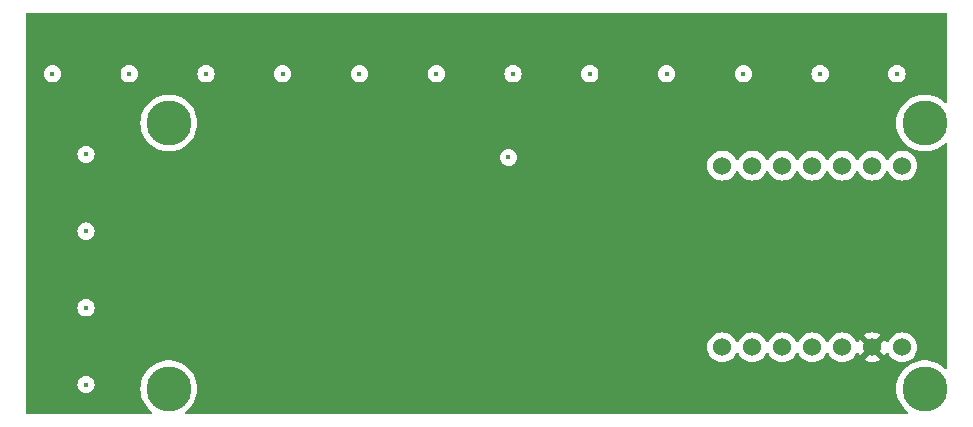
<source format=gbr>
%TF.GenerationSoftware,KiCad,Pcbnew,8.0.1*%
%TF.CreationDate,2025-02-03T01:20:01-05:00*%
%TF.ProjectId,glove-v3.1,676c6f76-652d-4763-932e-312e6b696361,rev?*%
%TF.SameCoordinates,Original*%
%TF.FileFunction,Copper,L3,Inr*%
%TF.FilePolarity,Positive*%
%FSLAX46Y46*%
G04 Gerber Fmt 4.6, Leading zero omitted, Abs format (unit mm)*
G04 Created by KiCad (PCBNEW 8.0.1) date 2025-02-03 01:20:01*
%MOMM*%
%LPD*%
G01*
G04 APERTURE LIST*
%TA.AperFunction,ComponentPad*%
%ADD10C,1.524000*%
%TD*%
%TA.AperFunction,ComponentPad*%
%ADD11C,3.800000*%
%TD*%
%TA.AperFunction,ViaPad*%
%ADD12C,0.450000*%
%TD*%
G04 APERTURE END LIST*
D10*
%TO.N,unconnected-(U1-PA02_A0_D0-Pad1)*%
%TO.C,U1*%
X176150000Y-38150000D03*
%TO.N,unconnected-(U1-PA4_A1_D1-Pad2)*%
X173610000Y-38150000D03*
%TO.N,/MUX_OUT*%
X171070000Y-38150000D03*
%TO.N,unconnected-(U1-PA11_A3_D3-Pad4)*%
X168530000Y-38150000D03*
%TO.N,/S2*%
X165990000Y-38150000D03*
%TO.N,/S3*%
X163450000Y-38150000D03*
%TO.N,unconnected-(U1-PB08_A6_D6_TX-Pad7)*%
X160910000Y-38150000D03*
%TO.N,unconnected-(U1-PB09_A7_D7_RX-Pad8)*%
X160910000Y-53542400D03*
%TO.N,Net-(U1-PA7_A8_D8_SCK)*%
X163450000Y-53542400D03*
%TO.N,/S1*%
X165990000Y-53542400D03*
%TO.N,/S0*%
X168530000Y-53542400D03*
%TO.N,+3V3*%
X171070000Y-53542400D03*
%TO.N,GND*%
X173610000Y-53542400D03*
%TO.N,unconnected-(U1-5V-Pad14)*%
X176150000Y-53542400D03*
%TD*%
D11*
%TO.N,N/C*%
%TO.C,REF\u002A\u002A*%
X114050000Y-34550000D03*
%TD*%
%TO.N,N/C*%
%TO.C,REF\u002A\u002A*%
X178050000Y-57050000D03*
%TD*%
%TO.N,N/C*%
%TO.C,REF\u002A\u002A*%
X114050000Y-57050000D03*
%TD*%
%TO.N,N/C*%
%TO.C,REF\u002A\u002A*%
X178050000Y-34550000D03*
%TD*%
D12*
%TO.N,GND*%
X107040000Y-49200000D03*
X105200000Y-30380000D03*
X170200000Y-30380000D03*
X131200000Y-30380000D03*
X118200000Y-30380000D03*
X107052500Y-55700000D03*
X107040000Y-36200000D03*
X157200000Y-30380000D03*
X144200000Y-30380000D03*
X107040000Y-42700000D03*
X176700000Y-30380000D03*
X124700000Y-30380000D03*
X154240000Y-37450000D03*
X150700000Y-30380000D03*
X163700000Y-30380000D03*
X140650000Y-37450000D03*
X111700000Y-30380000D03*
X137700000Y-30380000D03*
X156790000Y-46930000D03*
%TO.N,+3V3*%
X130200000Y-30380000D03*
X169200000Y-30380000D03*
X123700000Y-30380000D03*
X162700000Y-30380000D03*
X110700000Y-30380000D03*
X149700000Y-30380000D03*
X136700000Y-30380000D03*
X107040000Y-43700000D03*
X142810000Y-37450000D03*
X156200000Y-30380000D03*
X104200000Y-30380000D03*
X175700000Y-30380000D03*
X107040000Y-37200000D03*
X143200000Y-30380000D03*
X107040000Y-50200000D03*
X117200000Y-30380000D03*
X107052500Y-56700000D03*
%TD*%
%TA.AperFunction,Conductor*%
%TO.N,GND*%
G36*
X179892539Y-25220185D02*
G01*
X179938294Y-25272989D01*
X179949500Y-25324500D01*
X179949500Y-32754193D01*
X179929815Y-32821232D01*
X179877011Y-32866987D01*
X179807853Y-32876931D01*
X179744297Y-32847906D01*
X179740616Y-32844585D01*
X179583163Y-32696727D01*
X179583153Y-32696719D01*
X179338806Y-32519191D01*
X179338799Y-32519186D01*
X179338795Y-32519184D01*
X179074104Y-32373668D01*
X179074101Y-32373666D01*
X179074096Y-32373664D01*
X179074095Y-32373663D01*
X178793265Y-32262475D01*
X178793262Y-32262474D01*
X178500695Y-32187357D01*
X178201036Y-32149500D01*
X178201027Y-32149500D01*
X177898973Y-32149500D01*
X177898963Y-32149500D01*
X177599304Y-32187357D01*
X177306737Y-32262474D01*
X177306734Y-32262475D01*
X177025904Y-32373663D01*
X177025903Y-32373664D01*
X176761205Y-32519184D01*
X176761193Y-32519191D01*
X176516846Y-32696719D01*
X176516836Y-32696727D01*
X176296652Y-32903494D01*
X176104111Y-33136236D01*
X175942268Y-33391261D01*
X175942265Y-33391267D01*
X175813661Y-33664563D01*
X175813659Y-33664568D01*
X175720320Y-33951835D01*
X175663719Y-34248546D01*
X175663718Y-34248553D01*
X175644754Y-34549994D01*
X175644754Y-34550005D01*
X175663718Y-34851446D01*
X175663719Y-34851453D01*
X175720320Y-35148164D01*
X175813659Y-35435431D01*
X175813661Y-35435436D01*
X175942265Y-35708732D01*
X175942268Y-35708738D01*
X176104111Y-35963763D01*
X176296652Y-36196505D01*
X176516836Y-36403272D01*
X176516846Y-36403280D01*
X176761193Y-36580808D01*
X176761198Y-36580810D01*
X176761205Y-36580816D01*
X177025896Y-36726332D01*
X177025901Y-36726334D01*
X177025903Y-36726335D01*
X177025904Y-36726336D01*
X177306734Y-36837524D01*
X177306737Y-36837525D01*
X177404259Y-36862564D01*
X177599302Y-36912642D01*
X177746039Y-36931179D01*
X177898963Y-36950499D01*
X177898969Y-36950499D01*
X177898973Y-36950500D01*
X177898975Y-36950500D01*
X178201025Y-36950500D01*
X178201027Y-36950500D01*
X178201032Y-36950499D01*
X178201036Y-36950499D01*
X178280591Y-36940448D01*
X178500698Y-36912642D01*
X178793262Y-36837525D01*
X178793265Y-36837524D01*
X179074095Y-36726336D01*
X179074096Y-36726335D01*
X179074094Y-36726335D01*
X179074104Y-36726332D01*
X179338795Y-36580816D01*
X179583162Y-36403274D01*
X179740616Y-36255413D01*
X179802960Y-36223872D01*
X179872461Y-36231043D01*
X179927052Y-36274650D01*
X179949401Y-36340849D01*
X179949500Y-36345806D01*
X179949500Y-55254193D01*
X179929815Y-55321232D01*
X179877011Y-55366987D01*
X179807853Y-55376931D01*
X179744297Y-55347906D01*
X179740616Y-55344585D01*
X179583163Y-55196727D01*
X179583153Y-55196719D01*
X179338806Y-55019191D01*
X179338799Y-55019186D01*
X179338795Y-55019184D01*
X179074104Y-54873668D01*
X179074101Y-54873666D01*
X179074096Y-54873664D01*
X179074095Y-54873663D01*
X178793265Y-54762475D01*
X178793262Y-54762474D01*
X178500695Y-54687357D01*
X178201036Y-54649500D01*
X178201027Y-54649500D01*
X177898973Y-54649500D01*
X177898963Y-54649500D01*
X177599304Y-54687357D01*
X177306737Y-54762474D01*
X177306734Y-54762475D01*
X177025904Y-54873663D01*
X177025903Y-54873664D01*
X176761205Y-55019184D01*
X176761193Y-55019191D01*
X176516846Y-55196719D01*
X176516836Y-55196727D01*
X176296652Y-55403494D01*
X176104111Y-55636236D01*
X175942268Y-55891261D01*
X175942265Y-55891267D01*
X175813661Y-56164563D01*
X175813659Y-56164568D01*
X175720320Y-56451835D01*
X175663719Y-56748546D01*
X175663718Y-56748553D01*
X175644754Y-57049994D01*
X175644754Y-57050005D01*
X175663718Y-57351446D01*
X175663719Y-57351453D01*
X175720320Y-57648164D01*
X175813659Y-57935431D01*
X175813661Y-57935436D01*
X175942265Y-58208732D01*
X175942268Y-58208738D01*
X176104111Y-58463763D01*
X176296652Y-58696505D01*
X176516836Y-58903272D01*
X176516846Y-58903280D01*
X176615810Y-58975182D01*
X176658476Y-59030512D01*
X176664455Y-59100125D01*
X176631849Y-59161920D01*
X176571011Y-59196277D01*
X176542925Y-59199500D01*
X115557075Y-59199500D01*
X115490036Y-59179815D01*
X115444281Y-59127011D01*
X115434337Y-59057853D01*
X115463362Y-58994297D01*
X115484190Y-58975182D01*
X115549488Y-58927738D01*
X115583162Y-58903274D01*
X115803349Y-58696504D01*
X115995885Y-58463768D01*
X116157733Y-58208736D01*
X116286341Y-57935430D01*
X116379681Y-57648160D01*
X116436280Y-57351457D01*
X116455246Y-57050000D01*
X116436280Y-56748543D01*
X116379681Y-56451840D01*
X116286341Y-56164570D01*
X116269693Y-56129192D01*
X116203353Y-55988212D01*
X116157733Y-55891264D01*
X115995885Y-55636232D01*
X115803349Y-55403496D01*
X115583162Y-55196726D01*
X115583159Y-55196724D01*
X115583153Y-55196719D01*
X115338806Y-55019191D01*
X115338799Y-55019186D01*
X115338795Y-55019184D01*
X115074104Y-54873668D01*
X115074101Y-54873666D01*
X115074096Y-54873664D01*
X115074095Y-54873663D01*
X114793265Y-54762475D01*
X114793262Y-54762474D01*
X114500695Y-54687357D01*
X114201036Y-54649500D01*
X114201027Y-54649500D01*
X113898973Y-54649500D01*
X113898963Y-54649500D01*
X113599304Y-54687357D01*
X113306737Y-54762474D01*
X113306734Y-54762475D01*
X113025904Y-54873663D01*
X113025903Y-54873664D01*
X112761205Y-55019184D01*
X112761193Y-55019191D01*
X112516846Y-55196719D01*
X112516836Y-55196727D01*
X112296652Y-55403494D01*
X112104111Y-55636236D01*
X111942268Y-55891261D01*
X111942265Y-55891267D01*
X111813661Y-56164563D01*
X111813659Y-56164568D01*
X111720320Y-56451835D01*
X111663719Y-56748546D01*
X111663718Y-56748553D01*
X111644754Y-57049994D01*
X111644754Y-57050005D01*
X111663718Y-57351446D01*
X111663719Y-57351453D01*
X111720320Y-57648164D01*
X111813659Y-57935431D01*
X111813661Y-57935436D01*
X111942265Y-58208732D01*
X111942268Y-58208738D01*
X112104111Y-58463763D01*
X112296652Y-58696505D01*
X112516836Y-58903272D01*
X112516846Y-58903280D01*
X112615810Y-58975182D01*
X112658476Y-59030512D01*
X112664455Y-59100125D01*
X112631849Y-59161920D01*
X112571011Y-59196277D01*
X112542925Y-59199500D01*
X102074500Y-59199500D01*
X102007461Y-59179815D01*
X101961706Y-59127011D01*
X101950500Y-59075500D01*
X101950500Y-56700003D01*
X106322409Y-56700003D01*
X106340712Y-56862455D01*
X106394710Y-57016774D01*
X106415591Y-57050005D01*
X106481692Y-57155204D01*
X106597296Y-57270808D01*
X106735725Y-57357789D01*
X106890039Y-57411786D01*
X106890042Y-57411786D01*
X106890044Y-57411787D01*
X107052496Y-57430091D01*
X107052500Y-57430091D01*
X107052504Y-57430091D01*
X107214955Y-57411787D01*
X107214956Y-57411786D01*
X107214961Y-57411786D01*
X107369275Y-57357789D01*
X107507704Y-57270808D01*
X107623308Y-57155204D01*
X107710289Y-57016775D01*
X107764286Y-56862461D01*
X107764287Y-56862455D01*
X107782591Y-56700003D01*
X107782591Y-56699996D01*
X107764287Y-56537544D01*
X107764286Y-56537542D01*
X107764286Y-56537539D01*
X107710289Y-56383225D01*
X107623308Y-56244796D01*
X107507704Y-56129192D01*
X107369274Y-56042210D01*
X107214955Y-55988212D01*
X107052504Y-55969909D01*
X107052496Y-55969909D01*
X106890044Y-55988212D01*
X106735725Y-56042210D01*
X106597295Y-56129192D01*
X106481692Y-56244795D01*
X106394710Y-56383225D01*
X106340712Y-56537544D01*
X106322409Y-56699996D01*
X106322409Y-56700003D01*
X101950500Y-56700003D01*
X101950500Y-53542402D01*
X159642677Y-53542402D01*
X159661929Y-53762462D01*
X159661930Y-53762470D01*
X159719104Y-53975845D01*
X159719105Y-53975847D01*
X159719106Y-53975850D01*
X159750139Y-54042400D01*
X159812466Y-54176062D01*
X159812468Y-54176066D01*
X159939170Y-54357015D01*
X159939175Y-54357021D01*
X160095378Y-54513224D01*
X160095384Y-54513229D01*
X160276333Y-54639931D01*
X160276335Y-54639932D01*
X160276338Y-54639934D01*
X160476550Y-54733294D01*
X160689932Y-54790470D01*
X160847123Y-54804222D01*
X160909998Y-54809723D01*
X160910000Y-54809723D01*
X160910002Y-54809723D01*
X160965017Y-54804909D01*
X161130068Y-54790470D01*
X161343450Y-54733294D01*
X161543662Y-54639934D01*
X161724620Y-54513226D01*
X161880826Y-54357020D01*
X162007534Y-54176062D01*
X162067618Y-54047211D01*
X162113790Y-53994771D01*
X162180983Y-53975619D01*
X162247865Y-53995835D01*
X162292382Y-54047211D01*
X162352464Y-54176058D01*
X162352468Y-54176066D01*
X162479170Y-54357015D01*
X162479175Y-54357021D01*
X162635378Y-54513224D01*
X162635384Y-54513229D01*
X162816333Y-54639931D01*
X162816335Y-54639932D01*
X162816338Y-54639934D01*
X163016550Y-54733294D01*
X163229932Y-54790470D01*
X163387123Y-54804222D01*
X163449998Y-54809723D01*
X163450000Y-54809723D01*
X163450002Y-54809723D01*
X163505017Y-54804909D01*
X163670068Y-54790470D01*
X163883450Y-54733294D01*
X164083662Y-54639934D01*
X164264620Y-54513226D01*
X164420826Y-54357020D01*
X164547534Y-54176062D01*
X164607618Y-54047211D01*
X164653790Y-53994771D01*
X164720983Y-53975619D01*
X164787865Y-53995835D01*
X164832382Y-54047211D01*
X164892464Y-54176058D01*
X164892468Y-54176066D01*
X165019170Y-54357015D01*
X165019175Y-54357021D01*
X165175378Y-54513224D01*
X165175384Y-54513229D01*
X165356333Y-54639931D01*
X165356335Y-54639932D01*
X165356338Y-54639934D01*
X165556550Y-54733294D01*
X165769932Y-54790470D01*
X165927123Y-54804222D01*
X165989998Y-54809723D01*
X165990000Y-54809723D01*
X165990002Y-54809723D01*
X166045017Y-54804909D01*
X166210068Y-54790470D01*
X166423450Y-54733294D01*
X166623662Y-54639934D01*
X166804620Y-54513226D01*
X166960826Y-54357020D01*
X167087534Y-54176062D01*
X167147618Y-54047211D01*
X167193790Y-53994771D01*
X167260983Y-53975619D01*
X167327865Y-53995835D01*
X167372382Y-54047211D01*
X167432464Y-54176058D01*
X167432468Y-54176066D01*
X167559170Y-54357015D01*
X167559175Y-54357021D01*
X167715378Y-54513224D01*
X167715384Y-54513229D01*
X167896333Y-54639931D01*
X167896335Y-54639932D01*
X167896338Y-54639934D01*
X168096550Y-54733294D01*
X168309932Y-54790470D01*
X168467123Y-54804222D01*
X168529998Y-54809723D01*
X168530000Y-54809723D01*
X168530002Y-54809723D01*
X168585017Y-54804909D01*
X168750068Y-54790470D01*
X168963450Y-54733294D01*
X169163662Y-54639934D01*
X169344620Y-54513226D01*
X169500826Y-54357020D01*
X169627534Y-54176062D01*
X169687618Y-54047211D01*
X169733790Y-53994771D01*
X169800983Y-53975619D01*
X169867865Y-53995835D01*
X169912382Y-54047211D01*
X169972464Y-54176058D01*
X169972468Y-54176066D01*
X170099170Y-54357015D01*
X170099175Y-54357021D01*
X170255378Y-54513224D01*
X170255384Y-54513229D01*
X170436333Y-54639931D01*
X170436335Y-54639932D01*
X170436338Y-54639934D01*
X170636550Y-54733294D01*
X170849932Y-54790470D01*
X171007123Y-54804222D01*
X171069998Y-54809723D01*
X171070000Y-54809723D01*
X171070002Y-54809723D01*
X171125017Y-54804909D01*
X171290068Y-54790470D01*
X171503450Y-54733294D01*
X171703662Y-54639934D01*
X171884620Y-54513226D01*
X172040826Y-54357020D01*
X172167534Y-54176062D01*
X172227894Y-54046618D01*
X172274066Y-53994179D01*
X172341259Y-53975027D01*
X172408141Y-53995243D01*
X172452658Y-54046619D01*
X172512898Y-54175805D01*
X172512901Y-54175811D01*
X172558258Y-54240587D01*
X172558259Y-54240588D01*
X173127037Y-53671809D01*
X173144075Y-53735393D01*
X173209901Y-53849407D01*
X173302993Y-53942499D01*
X173417007Y-54008325D01*
X173480590Y-54025362D01*
X172911810Y-54594140D01*
X172976590Y-54639499D01*
X172976592Y-54639500D01*
X173176715Y-54732819D01*
X173176729Y-54732824D01*
X173390013Y-54789973D01*
X173390023Y-54789975D01*
X173609999Y-54809221D01*
X173610001Y-54809221D01*
X173829976Y-54789975D01*
X173829986Y-54789973D01*
X174043270Y-54732824D01*
X174043284Y-54732819D01*
X174243407Y-54639500D01*
X174243417Y-54639494D01*
X174308188Y-54594141D01*
X173739410Y-54025362D01*
X173802993Y-54008325D01*
X173917007Y-53942499D01*
X174010099Y-53849407D01*
X174075925Y-53735393D01*
X174092962Y-53671809D01*
X174661741Y-54240588D01*
X174707094Y-54175817D01*
X174707095Y-54175816D01*
X174767340Y-54046619D01*
X174813512Y-53994180D01*
X174880706Y-53975027D01*
X174947587Y-53995242D01*
X174992105Y-54046618D01*
X175052466Y-54176062D01*
X175052468Y-54176066D01*
X175179170Y-54357015D01*
X175179175Y-54357021D01*
X175335378Y-54513224D01*
X175335384Y-54513229D01*
X175516333Y-54639931D01*
X175516335Y-54639932D01*
X175516338Y-54639934D01*
X175716550Y-54733294D01*
X175929932Y-54790470D01*
X176087123Y-54804222D01*
X176149998Y-54809723D01*
X176150000Y-54809723D01*
X176150002Y-54809723D01*
X176205017Y-54804909D01*
X176370068Y-54790470D01*
X176583450Y-54733294D01*
X176783662Y-54639934D01*
X176964620Y-54513226D01*
X177120826Y-54357020D01*
X177247534Y-54176062D01*
X177340894Y-53975850D01*
X177398070Y-53762468D01*
X177417323Y-53542400D01*
X177398070Y-53322332D01*
X177340894Y-53108950D01*
X177247534Y-52908739D01*
X177120826Y-52727780D01*
X176964620Y-52571574D01*
X176964616Y-52571571D01*
X176964615Y-52571570D01*
X176783666Y-52444868D01*
X176783662Y-52444866D01*
X176783660Y-52444865D01*
X176583450Y-52351506D01*
X176583447Y-52351505D01*
X176583445Y-52351504D01*
X176370070Y-52294330D01*
X176370062Y-52294329D01*
X176150002Y-52275077D01*
X176149998Y-52275077D01*
X175929937Y-52294329D01*
X175929929Y-52294330D01*
X175716554Y-52351504D01*
X175716548Y-52351507D01*
X175516340Y-52444865D01*
X175516338Y-52444866D01*
X175335377Y-52571575D01*
X175179175Y-52727777D01*
X175052467Y-52908737D01*
X174992105Y-53038182D01*
X174945932Y-53090621D01*
X174878738Y-53109772D01*
X174811857Y-53089556D01*
X174767341Y-53038180D01*
X174707098Y-52908989D01*
X174707097Y-52908987D01*
X174661741Y-52844211D01*
X174661740Y-52844210D01*
X174092962Y-53412989D01*
X174075925Y-53349407D01*
X174010099Y-53235393D01*
X173917007Y-53142301D01*
X173802993Y-53076475D01*
X173739410Y-53059437D01*
X174308188Y-52490659D01*
X174308187Y-52490658D01*
X174243411Y-52445301D01*
X174243405Y-52445298D01*
X174043284Y-52351980D01*
X174043270Y-52351975D01*
X173829986Y-52294826D01*
X173829976Y-52294824D01*
X173610001Y-52275579D01*
X173609999Y-52275579D01*
X173390023Y-52294824D01*
X173390013Y-52294826D01*
X173176729Y-52351975D01*
X173176720Y-52351979D01*
X172976590Y-52445301D01*
X172911811Y-52490658D01*
X173480590Y-53059437D01*
X173417007Y-53076475D01*
X173302993Y-53142301D01*
X173209901Y-53235393D01*
X173144075Y-53349407D01*
X173127037Y-53412990D01*
X172558258Y-52844211D01*
X172512901Y-52908990D01*
X172452658Y-53038181D01*
X172406485Y-53090620D01*
X172339292Y-53109772D01*
X172272411Y-53089556D01*
X172227894Y-53038181D01*
X172167651Y-52908990D01*
X172167534Y-52908739D01*
X172040826Y-52727780D01*
X171884620Y-52571574D01*
X171884616Y-52571571D01*
X171884615Y-52571570D01*
X171703666Y-52444868D01*
X171703662Y-52444866D01*
X171703660Y-52444865D01*
X171503450Y-52351506D01*
X171503447Y-52351505D01*
X171503445Y-52351504D01*
X171290070Y-52294330D01*
X171290062Y-52294329D01*
X171070002Y-52275077D01*
X171069998Y-52275077D01*
X170849937Y-52294329D01*
X170849929Y-52294330D01*
X170636554Y-52351504D01*
X170636548Y-52351507D01*
X170436340Y-52444865D01*
X170436338Y-52444866D01*
X170255377Y-52571575D01*
X170099175Y-52727777D01*
X169972466Y-52908738D01*
X169972465Y-52908740D01*
X169912382Y-53037589D01*
X169866209Y-53090028D01*
X169799016Y-53109180D01*
X169732135Y-53088964D01*
X169687618Y-53037589D01*
X169627651Y-52908990D01*
X169627534Y-52908739D01*
X169500826Y-52727780D01*
X169344620Y-52571574D01*
X169344616Y-52571571D01*
X169344615Y-52571570D01*
X169163666Y-52444868D01*
X169163662Y-52444866D01*
X169163660Y-52444865D01*
X168963450Y-52351506D01*
X168963447Y-52351505D01*
X168963445Y-52351504D01*
X168750070Y-52294330D01*
X168750062Y-52294329D01*
X168530002Y-52275077D01*
X168529998Y-52275077D01*
X168309937Y-52294329D01*
X168309929Y-52294330D01*
X168096554Y-52351504D01*
X168096548Y-52351507D01*
X167896340Y-52444865D01*
X167896338Y-52444866D01*
X167715377Y-52571575D01*
X167559175Y-52727777D01*
X167432466Y-52908738D01*
X167432465Y-52908740D01*
X167372382Y-53037589D01*
X167326209Y-53090028D01*
X167259016Y-53109180D01*
X167192135Y-53088964D01*
X167147618Y-53037589D01*
X167087651Y-52908990D01*
X167087534Y-52908739D01*
X166960826Y-52727780D01*
X166804620Y-52571574D01*
X166804616Y-52571571D01*
X166804615Y-52571570D01*
X166623666Y-52444868D01*
X166623662Y-52444866D01*
X166623660Y-52444865D01*
X166423450Y-52351506D01*
X166423447Y-52351505D01*
X166423445Y-52351504D01*
X166210070Y-52294330D01*
X166210062Y-52294329D01*
X165990002Y-52275077D01*
X165989998Y-52275077D01*
X165769937Y-52294329D01*
X165769929Y-52294330D01*
X165556554Y-52351504D01*
X165556548Y-52351507D01*
X165356340Y-52444865D01*
X165356338Y-52444866D01*
X165175377Y-52571575D01*
X165019175Y-52727777D01*
X164892466Y-52908738D01*
X164892465Y-52908740D01*
X164832382Y-53037589D01*
X164786209Y-53090028D01*
X164719016Y-53109180D01*
X164652135Y-53088964D01*
X164607618Y-53037589D01*
X164547651Y-52908990D01*
X164547534Y-52908739D01*
X164420826Y-52727780D01*
X164264620Y-52571574D01*
X164264616Y-52571571D01*
X164264615Y-52571570D01*
X164083666Y-52444868D01*
X164083662Y-52444866D01*
X164083660Y-52444865D01*
X163883450Y-52351506D01*
X163883447Y-52351505D01*
X163883445Y-52351504D01*
X163670070Y-52294330D01*
X163670062Y-52294329D01*
X163450002Y-52275077D01*
X163449998Y-52275077D01*
X163229937Y-52294329D01*
X163229929Y-52294330D01*
X163016554Y-52351504D01*
X163016548Y-52351507D01*
X162816340Y-52444865D01*
X162816338Y-52444866D01*
X162635377Y-52571575D01*
X162479175Y-52727777D01*
X162352466Y-52908738D01*
X162352465Y-52908740D01*
X162292382Y-53037589D01*
X162246209Y-53090028D01*
X162179016Y-53109180D01*
X162112135Y-53088964D01*
X162067618Y-53037589D01*
X162007651Y-52908990D01*
X162007534Y-52908739D01*
X161880826Y-52727780D01*
X161724620Y-52571574D01*
X161724616Y-52571571D01*
X161724615Y-52571570D01*
X161543666Y-52444868D01*
X161543662Y-52444866D01*
X161543660Y-52444865D01*
X161343450Y-52351506D01*
X161343447Y-52351505D01*
X161343445Y-52351504D01*
X161130070Y-52294330D01*
X161130062Y-52294329D01*
X160910002Y-52275077D01*
X160909998Y-52275077D01*
X160689937Y-52294329D01*
X160689929Y-52294330D01*
X160476554Y-52351504D01*
X160476548Y-52351507D01*
X160276340Y-52444865D01*
X160276338Y-52444866D01*
X160095377Y-52571575D01*
X159939175Y-52727777D01*
X159812466Y-52908738D01*
X159812465Y-52908740D01*
X159719107Y-53108948D01*
X159719104Y-53108954D01*
X159661930Y-53322329D01*
X159661929Y-53322337D01*
X159642677Y-53542397D01*
X159642677Y-53542402D01*
X101950500Y-53542402D01*
X101950500Y-50200003D01*
X106309909Y-50200003D01*
X106328212Y-50362455D01*
X106382210Y-50516774D01*
X106382211Y-50516775D01*
X106469192Y-50655204D01*
X106584796Y-50770808D01*
X106723225Y-50857789D01*
X106877539Y-50911786D01*
X106877542Y-50911786D01*
X106877544Y-50911787D01*
X107039996Y-50930091D01*
X107040000Y-50930091D01*
X107040004Y-50930091D01*
X107202455Y-50911787D01*
X107202456Y-50911786D01*
X107202461Y-50911786D01*
X107356775Y-50857789D01*
X107495204Y-50770808D01*
X107610808Y-50655204D01*
X107697789Y-50516775D01*
X107751786Y-50362461D01*
X107770091Y-50200000D01*
X107751786Y-50037539D01*
X107697789Y-49883225D01*
X107610808Y-49744796D01*
X107495204Y-49629192D01*
X107356774Y-49542210D01*
X107202455Y-49488212D01*
X107040004Y-49469909D01*
X107039996Y-49469909D01*
X106877544Y-49488212D01*
X106723225Y-49542210D01*
X106584795Y-49629192D01*
X106469192Y-49744795D01*
X106382210Y-49883225D01*
X106328212Y-50037544D01*
X106309909Y-50199996D01*
X106309909Y-50200003D01*
X101950500Y-50200003D01*
X101950500Y-43700003D01*
X106309909Y-43700003D01*
X106328212Y-43862455D01*
X106382210Y-44016774D01*
X106382211Y-44016775D01*
X106469192Y-44155204D01*
X106584796Y-44270808D01*
X106723225Y-44357789D01*
X106877539Y-44411786D01*
X106877542Y-44411786D01*
X106877544Y-44411787D01*
X107039996Y-44430091D01*
X107040000Y-44430091D01*
X107040004Y-44430091D01*
X107202455Y-44411787D01*
X107202456Y-44411786D01*
X107202461Y-44411786D01*
X107356775Y-44357789D01*
X107495204Y-44270808D01*
X107610808Y-44155204D01*
X107697789Y-44016775D01*
X107751786Y-43862461D01*
X107770091Y-43700000D01*
X107751786Y-43537539D01*
X107697789Y-43383225D01*
X107610808Y-43244796D01*
X107495204Y-43129192D01*
X107356774Y-43042210D01*
X107202455Y-42988212D01*
X107040004Y-42969909D01*
X107039996Y-42969909D01*
X106877544Y-42988212D01*
X106723225Y-43042210D01*
X106584795Y-43129192D01*
X106469192Y-43244795D01*
X106382210Y-43383225D01*
X106328212Y-43537544D01*
X106309909Y-43699996D01*
X106309909Y-43700003D01*
X101950500Y-43700003D01*
X101950500Y-37200003D01*
X106309909Y-37200003D01*
X106328212Y-37362455D01*
X106382210Y-37516774D01*
X106382211Y-37516775D01*
X106469192Y-37655204D01*
X106584796Y-37770808D01*
X106723225Y-37857789D01*
X106877539Y-37911786D01*
X106877542Y-37911786D01*
X106877544Y-37911787D01*
X107039996Y-37930091D01*
X107040000Y-37930091D01*
X107040004Y-37930091D01*
X107202455Y-37911787D01*
X107202456Y-37911786D01*
X107202461Y-37911786D01*
X107356775Y-37857789D01*
X107495204Y-37770808D01*
X107610808Y-37655204D01*
X107697789Y-37516775D01*
X107721154Y-37450003D01*
X142079909Y-37450003D01*
X142098212Y-37612455D01*
X142152210Y-37766774D01*
X142152211Y-37766775D01*
X142239192Y-37905204D01*
X142354796Y-38020808D01*
X142493225Y-38107789D01*
X142647539Y-38161786D01*
X142647542Y-38161786D01*
X142647544Y-38161787D01*
X142809996Y-38180091D01*
X142810000Y-38180091D01*
X142810004Y-38180091D01*
X142972455Y-38161787D01*
X142972456Y-38161786D01*
X142972461Y-38161786D01*
X143006138Y-38150002D01*
X159642677Y-38150002D01*
X159661929Y-38370062D01*
X159661930Y-38370070D01*
X159719104Y-38583445D01*
X159719105Y-38583447D01*
X159719106Y-38583450D01*
X159752382Y-38654811D01*
X159812466Y-38783662D01*
X159812468Y-38783666D01*
X159939170Y-38964615D01*
X159939175Y-38964621D01*
X160095378Y-39120824D01*
X160095384Y-39120829D01*
X160276333Y-39247531D01*
X160276335Y-39247532D01*
X160276338Y-39247534D01*
X160476550Y-39340894D01*
X160689932Y-39398070D01*
X160847123Y-39411822D01*
X160909998Y-39417323D01*
X160910000Y-39417323D01*
X160910002Y-39417323D01*
X160965017Y-39412509D01*
X161130068Y-39398070D01*
X161343450Y-39340894D01*
X161543662Y-39247534D01*
X161724620Y-39120826D01*
X161880826Y-38964620D01*
X162007534Y-38783662D01*
X162067618Y-38654811D01*
X162113790Y-38602371D01*
X162180983Y-38583219D01*
X162247865Y-38603435D01*
X162292382Y-38654811D01*
X162352464Y-38783658D01*
X162352468Y-38783666D01*
X162479170Y-38964615D01*
X162479175Y-38964621D01*
X162635378Y-39120824D01*
X162635384Y-39120829D01*
X162816333Y-39247531D01*
X162816335Y-39247532D01*
X162816338Y-39247534D01*
X163016550Y-39340894D01*
X163229932Y-39398070D01*
X163387123Y-39411822D01*
X163449998Y-39417323D01*
X163450000Y-39417323D01*
X163450002Y-39417323D01*
X163505017Y-39412509D01*
X163670068Y-39398070D01*
X163883450Y-39340894D01*
X164083662Y-39247534D01*
X164264620Y-39120826D01*
X164420826Y-38964620D01*
X164547534Y-38783662D01*
X164607618Y-38654811D01*
X164653790Y-38602371D01*
X164720983Y-38583219D01*
X164787865Y-38603435D01*
X164832382Y-38654811D01*
X164892464Y-38783658D01*
X164892468Y-38783666D01*
X165019170Y-38964615D01*
X165019175Y-38964621D01*
X165175378Y-39120824D01*
X165175384Y-39120829D01*
X165356333Y-39247531D01*
X165356335Y-39247532D01*
X165356338Y-39247534D01*
X165556550Y-39340894D01*
X165769932Y-39398070D01*
X165927123Y-39411822D01*
X165989998Y-39417323D01*
X165990000Y-39417323D01*
X165990002Y-39417323D01*
X166045017Y-39412509D01*
X166210068Y-39398070D01*
X166423450Y-39340894D01*
X166623662Y-39247534D01*
X166804620Y-39120826D01*
X166960826Y-38964620D01*
X167087534Y-38783662D01*
X167147618Y-38654811D01*
X167193790Y-38602371D01*
X167260983Y-38583219D01*
X167327865Y-38603435D01*
X167372382Y-38654811D01*
X167432464Y-38783658D01*
X167432468Y-38783666D01*
X167559170Y-38964615D01*
X167559175Y-38964621D01*
X167715378Y-39120824D01*
X167715384Y-39120829D01*
X167896333Y-39247531D01*
X167896335Y-39247532D01*
X167896338Y-39247534D01*
X168096550Y-39340894D01*
X168309932Y-39398070D01*
X168467123Y-39411822D01*
X168529998Y-39417323D01*
X168530000Y-39417323D01*
X168530002Y-39417323D01*
X168585017Y-39412509D01*
X168750068Y-39398070D01*
X168963450Y-39340894D01*
X169163662Y-39247534D01*
X169344620Y-39120826D01*
X169500826Y-38964620D01*
X169627534Y-38783662D01*
X169687618Y-38654811D01*
X169733790Y-38602371D01*
X169800983Y-38583219D01*
X169867865Y-38603435D01*
X169912382Y-38654811D01*
X169972464Y-38783658D01*
X169972468Y-38783666D01*
X170099170Y-38964615D01*
X170099175Y-38964621D01*
X170255378Y-39120824D01*
X170255384Y-39120829D01*
X170436333Y-39247531D01*
X170436335Y-39247532D01*
X170436338Y-39247534D01*
X170636550Y-39340894D01*
X170849932Y-39398070D01*
X171007123Y-39411822D01*
X171069998Y-39417323D01*
X171070000Y-39417323D01*
X171070002Y-39417323D01*
X171125017Y-39412509D01*
X171290068Y-39398070D01*
X171503450Y-39340894D01*
X171703662Y-39247534D01*
X171884620Y-39120826D01*
X172040826Y-38964620D01*
X172167534Y-38783662D01*
X172227618Y-38654811D01*
X172273790Y-38602371D01*
X172340983Y-38583219D01*
X172407865Y-38603435D01*
X172452382Y-38654811D01*
X172512464Y-38783658D01*
X172512468Y-38783666D01*
X172639170Y-38964615D01*
X172639175Y-38964621D01*
X172795378Y-39120824D01*
X172795384Y-39120829D01*
X172976333Y-39247531D01*
X172976335Y-39247532D01*
X172976338Y-39247534D01*
X173176550Y-39340894D01*
X173389932Y-39398070D01*
X173547123Y-39411822D01*
X173609998Y-39417323D01*
X173610000Y-39417323D01*
X173610002Y-39417323D01*
X173665017Y-39412509D01*
X173830068Y-39398070D01*
X174043450Y-39340894D01*
X174243662Y-39247534D01*
X174424620Y-39120826D01*
X174580826Y-38964620D01*
X174707534Y-38783662D01*
X174767618Y-38654811D01*
X174813790Y-38602371D01*
X174880983Y-38583219D01*
X174947865Y-38603435D01*
X174992382Y-38654811D01*
X175052464Y-38783658D01*
X175052468Y-38783666D01*
X175179170Y-38964615D01*
X175179175Y-38964621D01*
X175335378Y-39120824D01*
X175335384Y-39120829D01*
X175516333Y-39247531D01*
X175516335Y-39247532D01*
X175516338Y-39247534D01*
X175716550Y-39340894D01*
X175929932Y-39398070D01*
X176087123Y-39411822D01*
X176149998Y-39417323D01*
X176150000Y-39417323D01*
X176150002Y-39417323D01*
X176205017Y-39412509D01*
X176370068Y-39398070D01*
X176583450Y-39340894D01*
X176783662Y-39247534D01*
X176964620Y-39120826D01*
X177120826Y-38964620D01*
X177247534Y-38783662D01*
X177340894Y-38583450D01*
X177398070Y-38370068D01*
X177412509Y-38205017D01*
X177417323Y-38150002D01*
X177417323Y-38149997D01*
X177406020Y-38020807D01*
X177398070Y-37929932D01*
X177340894Y-37716550D01*
X177247534Y-37516339D01*
X177120826Y-37335380D01*
X176964620Y-37179174D01*
X176964616Y-37179171D01*
X176964615Y-37179170D01*
X176783666Y-37052468D01*
X176783662Y-37052466D01*
X176783660Y-37052465D01*
X176583450Y-36959106D01*
X176583447Y-36959105D01*
X176583445Y-36959104D01*
X176370070Y-36901930D01*
X176370062Y-36901929D01*
X176150002Y-36882677D01*
X176149998Y-36882677D01*
X175929937Y-36901929D01*
X175929929Y-36901930D01*
X175716554Y-36959104D01*
X175716548Y-36959107D01*
X175516340Y-37052465D01*
X175516338Y-37052466D01*
X175335377Y-37179175D01*
X175179175Y-37335377D01*
X175052466Y-37516338D01*
X175052465Y-37516340D01*
X174992382Y-37645189D01*
X174946209Y-37697628D01*
X174879016Y-37716780D01*
X174812135Y-37696564D01*
X174767618Y-37645189D01*
X174707737Y-37516775D01*
X174707534Y-37516339D01*
X174580826Y-37335380D01*
X174424620Y-37179174D01*
X174424616Y-37179171D01*
X174424615Y-37179170D01*
X174243666Y-37052468D01*
X174243662Y-37052466D01*
X174243660Y-37052465D01*
X174043450Y-36959106D01*
X174043447Y-36959105D01*
X174043445Y-36959104D01*
X173830070Y-36901930D01*
X173830062Y-36901929D01*
X173610002Y-36882677D01*
X173609998Y-36882677D01*
X173389937Y-36901929D01*
X173389929Y-36901930D01*
X173176554Y-36959104D01*
X173176548Y-36959107D01*
X172976340Y-37052465D01*
X172976338Y-37052466D01*
X172795377Y-37179175D01*
X172639175Y-37335377D01*
X172512466Y-37516338D01*
X172512465Y-37516340D01*
X172452382Y-37645189D01*
X172406209Y-37697628D01*
X172339016Y-37716780D01*
X172272135Y-37696564D01*
X172227618Y-37645189D01*
X172167737Y-37516775D01*
X172167534Y-37516339D01*
X172040826Y-37335380D01*
X171884620Y-37179174D01*
X171884616Y-37179171D01*
X171884615Y-37179170D01*
X171703666Y-37052468D01*
X171703662Y-37052466D01*
X171703660Y-37052465D01*
X171503450Y-36959106D01*
X171503447Y-36959105D01*
X171503445Y-36959104D01*
X171290070Y-36901930D01*
X171290062Y-36901929D01*
X171070002Y-36882677D01*
X171069998Y-36882677D01*
X170849937Y-36901929D01*
X170849929Y-36901930D01*
X170636554Y-36959104D01*
X170636548Y-36959107D01*
X170436340Y-37052465D01*
X170436338Y-37052466D01*
X170255377Y-37179175D01*
X170099175Y-37335377D01*
X169972466Y-37516338D01*
X169972465Y-37516340D01*
X169912382Y-37645189D01*
X169866209Y-37697628D01*
X169799016Y-37716780D01*
X169732135Y-37696564D01*
X169687618Y-37645189D01*
X169627737Y-37516775D01*
X169627534Y-37516339D01*
X169500826Y-37335380D01*
X169344620Y-37179174D01*
X169344616Y-37179171D01*
X169344615Y-37179170D01*
X169163666Y-37052468D01*
X169163662Y-37052466D01*
X169163660Y-37052465D01*
X168963450Y-36959106D01*
X168963447Y-36959105D01*
X168963445Y-36959104D01*
X168750070Y-36901930D01*
X168750062Y-36901929D01*
X168530002Y-36882677D01*
X168529998Y-36882677D01*
X168309937Y-36901929D01*
X168309929Y-36901930D01*
X168096554Y-36959104D01*
X168096548Y-36959107D01*
X167896340Y-37052465D01*
X167896338Y-37052466D01*
X167715377Y-37179175D01*
X167559175Y-37335377D01*
X167432466Y-37516338D01*
X167432465Y-37516340D01*
X167372382Y-37645189D01*
X167326209Y-37697628D01*
X167259016Y-37716780D01*
X167192135Y-37696564D01*
X167147618Y-37645189D01*
X167087737Y-37516775D01*
X167087534Y-37516339D01*
X166960826Y-37335380D01*
X166804620Y-37179174D01*
X166804616Y-37179171D01*
X166804615Y-37179170D01*
X166623666Y-37052468D01*
X166623662Y-37052466D01*
X166623660Y-37052465D01*
X166423450Y-36959106D01*
X166423447Y-36959105D01*
X166423445Y-36959104D01*
X166210070Y-36901930D01*
X166210062Y-36901929D01*
X165990002Y-36882677D01*
X165989998Y-36882677D01*
X165769937Y-36901929D01*
X165769929Y-36901930D01*
X165556554Y-36959104D01*
X165556548Y-36959107D01*
X165356340Y-37052465D01*
X165356338Y-37052466D01*
X165175377Y-37179175D01*
X165019175Y-37335377D01*
X164892466Y-37516338D01*
X164892465Y-37516340D01*
X164832382Y-37645189D01*
X164786209Y-37697628D01*
X164719016Y-37716780D01*
X164652135Y-37696564D01*
X164607618Y-37645189D01*
X164547737Y-37516775D01*
X164547534Y-37516339D01*
X164420826Y-37335380D01*
X164264620Y-37179174D01*
X164264616Y-37179171D01*
X164264615Y-37179170D01*
X164083666Y-37052468D01*
X164083662Y-37052466D01*
X164083660Y-37052465D01*
X163883450Y-36959106D01*
X163883447Y-36959105D01*
X163883445Y-36959104D01*
X163670070Y-36901930D01*
X163670062Y-36901929D01*
X163450002Y-36882677D01*
X163449998Y-36882677D01*
X163229937Y-36901929D01*
X163229929Y-36901930D01*
X163016554Y-36959104D01*
X163016548Y-36959107D01*
X162816340Y-37052465D01*
X162816338Y-37052466D01*
X162635377Y-37179175D01*
X162479175Y-37335377D01*
X162352466Y-37516338D01*
X162352465Y-37516340D01*
X162292382Y-37645189D01*
X162246209Y-37697628D01*
X162179016Y-37716780D01*
X162112135Y-37696564D01*
X162067618Y-37645189D01*
X162007737Y-37516775D01*
X162007534Y-37516339D01*
X161880826Y-37335380D01*
X161724620Y-37179174D01*
X161724616Y-37179171D01*
X161724615Y-37179170D01*
X161543666Y-37052468D01*
X161543662Y-37052466D01*
X161543660Y-37052465D01*
X161343450Y-36959106D01*
X161343447Y-36959105D01*
X161343445Y-36959104D01*
X161130070Y-36901930D01*
X161130062Y-36901929D01*
X160910002Y-36882677D01*
X160909998Y-36882677D01*
X160689937Y-36901929D01*
X160689929Y-36901930D01*
X160476554Y-36959104D01*
X160476548Y-36959107D01*
X160276340Y-37052465D01*
X160276338Y-37052466D01*
X160095377Y-37179175D01*
X159939175Y-37335377D01*
X159812466Y-37516338D01*
X159812465Y-37516340D01*
X159719107Y-37716548D01*
X159719104Y-37716554D01*
X159661930Y-37929929D01*
X159661929Y-37929937D01*
X159642677Y-38149997D01*
X159642677Y-38150002D01*
X143006138Y-38150002D01*
X143126775Y-38107789D01*
X143265204Y-38020808D01*
X143380808Y-37905204D01*
X143467789Y-37766775D01*
X143521786Y-37612461D01*
X143521787Y-37612455D01*
X143540091Y-37450003D01*
X143540091Y-37449996D01*
X143521787Y-37287544D01*
X143521786Y-37287542D01*
X143521786Y-37287539D01*
X143467789Y-37133225D01*
X143380808Y-36994796D01*
X143265204Y-36879192D01*
X143198890Y-36837524D01*
X143126774Y-36792210D01*
X142972455Y-36738212D01*
X142810004Y-36719909D01*
X142809996Y-36719909D01*
X142647544Y-36738212D01*
X142493225Y-36792210D01*
X142354795Y-36879192D01*
X142239192Y-36994795D01*
X142152210Y-37133225D01*
X142098212Y-37287544D01*
X142079909Y-37449996D01*
X142079909Y-37450003D01*
X107721154Y-37450003D01*
X107751786Y-37362461D01*
X107751787Y-37362455D01*
X107770091Y-37200003D01*
X107770091Y-37199996D01*
X107751787Y-37037544D01*
X107751786Y-37037542D01*
X107751786Y-37037539D01*
X107697789Y-36883225D01*
X107610808Y-36744796D01*
X107495204Y-36629192D01*
X107356774Y-36542210D01*
X107202455Y-36488212D01*
X107040004Y-36469909D01*
X107039996Y-36469909D01*
X106877544Y-36488212D01*
X106723225Y-36542210D01*
X106584795Y-36629192D01*
X106469192Y-36744795D01*
X106382210Y-36883225D01*
X106328212Y-37037544D01*
X106309909Y-37199996D01*
X106309909Y-37200003D01*
X101950500Y-37200003D01*
X101950500Y-34550005D01*
X111644754Y-34550005D01*
X111663718Y-34851446D01*
X111663719Y-34851453D01*
X111720320Y-35148164D01*
X111813659Y-35435431D01*
X111813661Y-35435436D01*
X111942265Y-35708732D01*
X111942268Y-35708738D01*
X112104111Y-35963763D01*
X112296652Y-36196505D01*
X112516836Y-36403272D01*
X112516846Y-36403280D01*
X112761193Y-36580808D01*
X112761198Y-36580810D01*
X112761205Y-36580816D01*
X113025896Y-36726332D01*
X113025901Y-36726334D01*
X113025903Y-36726335D01*
X113025904Y-36726336D01*
X113306734Y-36837524D01*
X113306737Y-36837525D01*
X113404259Y-36862564D01*
X113599302Y-36912642D01*
X113746039Y-36931179D01*
X113898963Y-36950499D01*
X113898969Y-36950499D01*
X113898973Y-36950500D01*
X113898975Y-36950500D01*
X114201025Y-36950500D01*
X114201027Y-36950500D01*
X114201032Y-36950499D01*
X114201036Y-36950499D01*
X114280591Y-36940448D01*
X114500698Y-36912642D01*
X114793262Y-36837525D01*
X114793265Y-36837524D01*
X115074095Y-36726336D01*
X115074096Y-36726335D01*
X115074094Y-36726335D01*
X115074104Y-36726332D01*
X115338795Y-36580816D01*
X115583162Y-36403274D01*
X115803349Y-36196504D01*
X115995885Y-35963768D01*
X116157733Y-35708736D01*
X116286341Y-35435430D01*
X116379681Y-35148160D01*
X116436280Y-34851457D01*
X116455246Y-34550000D01*
X116436280Y-34248543D01*
X116379681Y-33951840D01*
X116286341Y-33664570D01*
X116157733Y-33391264D01*
X115995885Y-33136232D01*
X115803349Y-32903496D01*
X115583162Y-32696726D01*
X115583159Y-32696724D01*
X115583153Y-32696719D01*
X115338806Y-32519191D01*
X115338799Y-32519186D01*
X115338795Y-32519184D01*
X115074104Y-32373668D01*
X115074101Y-32373666D01*
X115074096Y-32373664D01*
X115074095Y-32373663D01*
X114793265Y-32262475D01*
X114793262Y-32262474D01*
X114500695Y-32187357D01*
X114201036Y-32149500D01*
X114201027Y-32149500D01*
X113898973Y-32149500D01*
X113898963Y-32149500D01*
X113599304Y-32187357D01*
X113306737Y-32262474D01*
X113306734Y-32262475D01*
X113025904Y-32373663D01*
X113025903Y-32373664D01*
X112761205Y-32519184D01*
X112761193Y-32519191D01*
X112516846Y-32696719D01*
X112516836Y-32696727D01*
X112296652Y-32903494D01*
X112104111Y-33136236D01*
X111942268Y-33391261D01*
X111942265Y-33391267D01*
X111813661Y-33664563D01*
X111813659Y-33664568D01*
X111720320Y-33951835D01*
X111663719Y-34248546D01*
X111663718Y-34248553D01*
X111644754Y-34549994D01*
X111644754Y-34550005D01*
X101950500Y-34550005D01*
X101950500Y-30380003D01*
X103469909Y-30380003D01*
X103488212Y-30542455D01*
X103542210Y-30696774D01*
X103542211Y-30696775D01*
X103629192Y-30835204D01*
X103744796Y-30950808D01*
X103883225Y-31037789D01*
X104037539Y-31091786D01*
X104037542Y-31091786D01*
X104037544Y-31091787D01*
X104199996Y-31110091D01*
X104200000Y-31110091D01*
X104200004Y-31110091D01*
X104362455Y-31091787D01*
X104362456Y-31091786D01*
X104362461Y-31091786D01*
X104516775Y-31037789D01*
X104655204Y-30950808D01*
X104770808Y-30835204D01*
X104857789Y-30696775D01*
X104911786Y-30542461D01*
X104930091Y-30380003D01*
X109969909Y-30380003D01*
X109988212Y-30542455D01*
X110042210Y-30696774D01*
X110042211Y-30696775D01*
X110129192Y-30835204D01*
X110244796Y-30950808D01*
X110383225Y-31037789D01*
X110537539Y-31091786D01*
X110537542Y-31091786D01*
X110537544Y-31091787D01*
X110699996Y-31110091D01*
X110700000Y-31110091D01*
X110700004Y-31110091D01*
X110862455Y-31091787D01*
X110862456Y-31091786D01*
X110862461Y-31091786D01*
X111016775Y-31037789D01*
X111155204Y-30950808D01*
X111270808Y-30835204D01*
X111357789Y-30696775D01*
X111411786Y-30542461D01*
X111430091Y-30380003D01*
X116469909Y-30380003D01*
X116488212Y-30542455D01*
X116542210Y-30696774D01*
X116542211Y-30696775D01*
X116629192Y-30835204D01*
X116744796Y-30950808D01*
X116883225Y-31037789D01*
X117037539Y-31091786D01*
X117037542Y-31091786D01*
X117037544Y-31091787D01*
X117199996Y-31110091D01*
X117200000Y-31110091D01*
X117200004Y-31110091D01*
X117362455Y-31091787D01*
X117362456Y-31091786D01*
X117362461Y-31091786D01*
X117516775Y-31037789D01*
X117655204Y-30950808D01*
X117770808Y-30835204D01*
X117857789Y-30696775D01*
X117911786Y-30542461D01*
X117930091Y-30380003D01*
X122969909Y-30380003D01*
X122988212Y-30542455D01*
X123042210Y-30696774D01*
X123042211Y-30696775D01*
X123129192Y-30835204D01*
X123244796Y-30950808D01*
X123383225Y-31037789D01*
X123537539Y-31091786D01*
X123537542Y-31091786D01*
X123537544Y-31091787D01*
X123699996Y-31110091D01*
X123700000Y-31110091D01*
X123700004Y-31110091D01*
X123862455Y-31091787D01*
X123862456Y-31091786D01*
X123862461Y-31091786D01*
X124016775Y-31037789D01*
X124155204Y-30950808D01*
X124270808Y-30835204D01*
X124357789Y-30696775D01*
X124411786Y-30542461D01*
X124430091Y-30380003D01*
X129469909Y-30380003D01*
X129488212Y-30542455D01*
X129542210Y-30696774D01*
X129542211Y-30696775D01*
X129629192Y-30835204D01*
X129744796Y-30950808D01*
X129883225Y-31037789D01*
X130037539Y-31091786D01*
X130037542Y-31091786D01*
X130037544Y-31091787D01*
X130199996Y-31110091D01*
X130200000Y-31110091D01*
X130200004Y-31110091D01*
X130362455Y-31091787D01*
X130362456Y-31091786D01*
X130362461Y-31091786D01*
X130516775Y-31037789D01*
X130655204Y-30950808D01*
X130770808Y-30835204D01*
X130857789Y-30696775D01*
X130911786Y-30542461D01*
X130930091Y-30380003D01*
X135969909Y-30380003D01*
X135988212Y-30542455D01*
X136042210Y-30696774D01*
X136042211Y-30696775D01*
X136129192Y-30835204D01*
X136244796Y-30950808D01*
X136383225Y-31037789D01*
X136537539Y-31091786D01*
X136537542Y-31091786D01*
X136537544Y-31091787D01*
X136699996Y-31110091D01*
X136700000Y-31110091D01*
X136700004Y-31110091D01*
X136862455Y-31091787D01*
X136862456Y-31091786D01*
X136862461Y-31091786D01*
X137016775Y-31037789D01*
X137155204Y-30950808D01*
X137270808Y-30835204D01*
X137357789Y-30696775D01*
X137411786Y-30542461D01*
X137430091Y-30380003D01*
X142469909Y-30380003D01*
X142488212Y-30542455D01*
X142542210Y-30696774D01*
X142542211Y-30696775D01*
X142629192Y-30835204D01*
X142744796Y-30950808D01*
X142883225Y-31037789D01*
X143037539Y-31091786D01*
X143037542Y-31091786D01*
X143037544Y-31091787D01*
X143199996Y-31110091D01*
X143200000Y-31110091D01*
X143200004Y-31110091D01*
X143362455Y-31091787D01*
X143362456Y-31091786D01*
X143362461Y-31091786D01*
X143516775Y-31037789D01*
X143655204Y-30950808D01*
X143770808Y-30835204D01*
X143857789Y-30696775D01*
X143911786Y-30542461D01*
X143930091Y-30380003D01*
X148969909Y-30380003D01*
X148988212Y-30542455D01*
X149042210Y-30696774D01*
X149042211Y-30696775D01*
X149129192Y-30835204D01*
X149244796Y-30950808D01*
X149383225Y-31037789D01*
X149537539Y-31091786D01*
X149537542Y-31091786D01*
X149537544Y-31091787D01*
X149699996Y-31110091D01*
X149700000Y-31110091D01*
X149700004Y-31110091D01*
X149862455Y-31091787D01*
X149862456Y-31091786D01*
X149862461Y-31091786D01*
X150016775Y-31037789D01*
X150155204Y-30950808D01*
X150270808Y-30835204D01*
X150357789Y-30696775D01*
X150411786Y-30542461D01*
X150430091Y-30380003D01*
X155469909Y-30380003D01*
X155488212Y-30542455D01*
X155542210Y-30696774D01*
X155542211Y-30696775D01*
X155629192Y-30835204D01*
X155744796Y-30950808D01*
X155883225Y-31037789D01*
X156037539Y-31091786D01*
X156037542Y-31091786D01*
X156037544Y-31091787D01*
X156199996Y-31110091D01*
X156200000Y-31110091D01*
X156200004Y-31110091D01*
X156362455Y-31091787D01*
X156362456Y-31091786D01*
X156362461Y-31091786D01*
X156516775Y-31037789D01*
X156655204Y-30950808D01*
X156770808Y-30835204D01*
X156857789Y-30696775D01*
X156911786Y-30542461D01*
X156930091Y-30380003D01*
X161969909Y-30380003D01*
X161988212Y-30542455D01*
X162042210Y-30696774D01*
X162042211Y-30696775D01*
X162129192Y-30835204D01*
X162244796Y-30950808D01*
X162383225Y-31037789D01*
X162537539Y-31091786D01*
X162537542Y-31091786D01*
X162537544Y-31091787D01*
X162699996Y-31110091D01*
X162700000Y-31110091D01*
X162700004Y-31110091D01*
X162862455Y-31091787D01*
X162862456Y-31091786D01*
X162862461Y-31091786D01*
X163016775Y-31037789D01*
X163155204Y-30950808D01*
X163270808Y-30835204D01*
X163357789Y-30696775D01*
X163411786Y-30542461D01*
X163430091Y-30380003D01*
X168469909Y-30380003D01*
X168488212Y-30542455D01*
X168542210Y-30696774D01*
X168542211Y-30696775D01*
X168629192Y-30835204D01*
X168744796Y-30950808D01*
X168883225Y-31037789D01*
X169037539Y-31091786D01*
X169037542Y-31091786D01*
X169037544Y-31091787D01*
X169199996Y-31110091D01*
X169200000Y-31110091D01*
X169200004Y-31110091D01*
X169362455Y-31091787D01*
X169362456Y-31091786D01*
X169362461Y-31091786D01*
X169516775Y-31037789D01*
X169655204Y-30950808D01*
X169770808Y-30835204D01*
X169857789Y-30696775D01*
X169911786Y-30542461D01*
X169930091Y-30380003D01*
X174969909Y-30380003D01*
X174988212Y-30542455D01*
X175042210Y-30696774D01*
X175042211Y-30696775D01*
X175129192Y-30835204D01*
X175244796Y-30950808D01*
X175383225Y-31037789D01*
X175537539Y-31091786D01*
X175537542Y-31091786D01*
X175537544Y-31091787D01*
X175699996Y-31110091D01*
X175700000Y-31110091D01*
X175700004Y-31110091D01*
X175862455Y-31091787D01*
X175862456Y-31091786D01*
X175862461Y-31091786D01*
X176016775Y-31037789D01*
X176155204Y-30950808D01*
X176270808Y-30835204D01*
X176357789Y-30696775D01*
X176411786Y-30542461D01*
X176430091Y-30380000D01*
X176411786Y-30217539D01*
X176357789Y-30063225D01*
X176270808Y-29924796D01*
X176155204Y-29809192D01*
X176016774Y-29722210D01*
X175862455Y-29668212D01*
X175700004Y-29649909D01*
X175699996Y-29649909D01*
X175537544Y-29668212D01*
X175383225Y-29722210D01*
X175244795Y-29809192D01*
X175129192Y-29924795D01*
X175042210Y-30063225D01*
X174988212Y-30217544D01*
X174969909Y-30379996D01*
X174969909Y-30380003D01*
X169930091Y-30380003D01*
X169930091Y-30380000D01*
X169911786Y-30217539D01*
X169857789Y-30063225D01*
X169770808Y-29924796D01*
X169655204Y-29809192D01*
X169516774Y-29722210D01*
X169362455Y-29668212D01*
X169200004Y-29649909D01*
X169199996Y-29649909D01*
X169037544Y-29668212D01*
X168883225Y-29722210D01*
X168744795Y-29809192D01*
X168629192Y-29924795D01*
X168542210Y-30063225D01*
X168488212Y-30217544D01*
X168469909Y-30379996D01*
X168469909Y-30380003D01*
X163430091Y-30380003D01*
X163430091Y-30380000D01*
X163411786Y-30217539D01*
X163357789Y-30063225D01*
X163270808Y-29924796D01*
X163155204Y-29809192D01*
X163016774Y-29722210D01*
X162862455Y-29668212D01*
X162700004Y-29649909D01*
X162699996Y-29649909D01*
X162537544Y-29668212D01*
X162383225Y-29722210D01*
X162244795Y-29809192D01*
X162129192Y-29924795D01*
X162042210Y-30063225D01*
X161988212Y-30217544D01*
X161969909Y-30379996D01*
X161969909Y-30380003D01*
X156930091Y-30380003D01*
X156930091Y-30380000D01*
X156911786Y-30217539D01*
X156857789Y-30063225D01*
X156770808Y-29924796D01*
X156655204Y-29809192D01*
X156516774Y-29722210D01*
X156362455Y-29668212D01*
X156200004Y-29649909D01*
X156199996Y-29649909D01*
X156037544Y-29668212D01*
X155883225Y-29722210D01*
X155744795Y-29809192D01*
X155629192Y-29924795D01*
X155542210Y-30063225D01*
X155488212Y-30217544D01*
X155469909Y-30379996D01*
X155469909Y-30380003D01*
X150430091Y-30380003D01*
X150430091Y-30380000D01*
X150411786Y-30217539D01*
X150357789Y-30063225D01*
X150270808Y-29924796D01*
X150155204Y-29809192D01*
X150016774Y-29722210D01*
X149862455Y-29668212D01*
X149700004Y-29649909D01*
X149699996Y-29649909D01*
X149537544Y-29668212D01*
X149383225Y-29722210D01*
X149244795Y-29809192D01*
X149129192Y-29924795D01*
X149042210Y-30063225D01*
X148988212Y-30217544D01*
X148969909Y-30379996D01*
X148969909Y-30380003D01*
X143930091Y-30380003D01*
X143930091Y-30380000D01*
X143911786Y-30217539D01*
X143857789Y-30063225D01*
X143770808Y-29924796D01*
X143655204Y-29809192D01*
X143516774Y-29722210D01*
X143362455Y-29668212D01*
X143200004Y-29649909D01*
X143199996Y-29649909D01*
X143037544Y-29668212D01*
X142883225Y-29722210D01*
X142744795Y-29809192D01*
X142629192Y-29924795D01*
X142542210Y-30063225D01*
X142488212Y-30217544D01*
X142469909Y-30379996D01*
X142469909Y-30380003D01*
X137430091Y-30380003D01*
X137430091Y-30380000D01*
X137411786Y-30217539D01*
X137357789Y-30063225D01*
X137270808Y-29924796D01*
X137155204Y-29809192D01*
X137016774Y-29722210D01*
X136862455Y-29668212D01*
X136700004Y-29649909D01*
X136699996Y-29649909D01*
X136537544Y-29668212D01*
X136383225Y-29722210D01*
X136244795Y-29809192D01*
X136129192Y-29924795D01*
X136042210Y-30063225D01*
X135988212Y-30217544D01*
X135969909Y-30379996D01*
X135969909Y-30380003D01*
X130930091Y-30380003D01*
X130930091Y-30380000D01*
X130911786Y-30217539D01*
X130857789Y-30063225D01*
X130770808Y-29924796D01*
X130655204Y-29809192D01*
X130516774Y-29722210D01*
X130362455Y-29668212D01*
X130200004Y-29649909D01*
X130199996Y-29649909D01*
X130037544Y-29668212D01*
X129883225Y-29722210D01*
X129744795Y-29809192D01*
X129629192Y-29924795D01*
X129542210Y-30063225D01*
X129488212Y-30217544D01*
X129469909Y-30379996D01*
X129469909Y-30380003D01*
X124430091Y-30380003D01*
X124430091Y-30380000D01*
X124411786Y-30217539D01*
X124357789Y-30063225D01*
X124270808Y-29924796D01*
X124155204Y-29809192D01*
X124016774Y-29722210D01*
X123862455Y-29668212D01*
X123700004Y-29649909D01*
X123699996Y-29649909D01*
X123537544Y-29668212D01*
X123383225Y-29722210D01*
X123244795Y-29809192D01*
X123129192Y-29924795D01*
X123042210Y-30063225D01*
X122988212Y-30217544D01*
X122969909Y-30379996D01*
X122969909Y-30380003D01*
X117930091Y-30380003D01*
X117930091Y-30380000D01*
X117911786Y-30217539D01*
X117857789Y-30063225D01*
X117770808Y-29924796D01*
X117655204Y-29809192D01*
X117516774Y-29722210D01*
X117362455Y-29668212D01*
X117200004Y-29649909D01*
X117199996Y-29649909D01*
X117037544Y-29668212D01*
X116883225Y-29722210D01*
X116744795Y-29809192D01*
X116629192Y-29924795D01*
X116542210Y-30063225D01*
X116488212Y-30217544D01*
X116469909Y-30379996D01*
X116469909Y-30380003D01*
X111430091Y-30380003D01*
X111430091Y-30380000D01*
X111411786Y-30217539D01*
X111357789Y-30063225D01*
X111270808Y-29924796D01*
X111155204Y-29809192D01*
X111016774Y-29722210D01*
X110862455Y-29668212D01*
X110700004Y-29649909D01*
X110699996Y-29649909D01*
X110537544Y-29668212D01*
X110383225Y-29722210D01*
X110244795Y-29809192D01*
X110129192Y-29924795D01*
X110042210Y-30063225D01*
X109988212Y-30217544D01*
X109969909Y-30379996D01*
X109969909Y-30380003D01*
X104930091Y-30380003D01*
X104930091Y-30380000D01*
X104911786Y-30217539D01*
X104857789Y-30063225D01*
X104770808Y-29924796D01*
X104655204Y-29809192D01*
X104516774Y-29722210D01*
X104362455Y-29668212D01*
X104200004Y-29649909D01*
X104199996Y-29649909D01*
X104037544Y-29668212D01*
X103883225Y-29722210D01*
X103744795Y-29809192D01*
X103629192Y-29924795D01*
X103542210Y-30063225D01*
X103488212Y-30217544D01*
X103469909Y-30379996D01*
X103469909Y-30380003D01*
X101950500Y-30380003D01*
X101950500Y-25324500D01*
X101970185Y-25257461D01*
X102022989Y-25211706D01*
X102074500Y-25200500D01*
X179825500Y-25200500D01*
X179892539Y-25220185D01*
G37*
%TD.AperFunction*%
%TD*%
M02*

</source>
